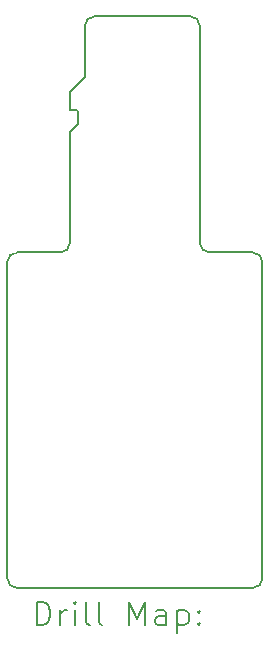
<source format=gbr>
%FSLAX45Y45*%
G04 Gerber Fmt 4.5, Leading zero omitted, Abs format (unit mm)*
G04 Created by KiCad (PCBNEW 6.0.6) date 2022-08-23 18:23:02*
%MOMM*%
%LPD*%
G01*
G04 APERTURE LIST*
%TA.AperFunction,Profile*%
%ADD10C,0.150000*%
%TD*%
%ADD11C,0.200000*%
G04 APERTURE END LIST*
D10*
X13720000Y-10470000D02*
G75*
G03*
X13640000Y-10550000I0J-80000D01*
G01*
X15800000Y-10550000D02*
G75*
G03*
X15720000Y-10470000I-80000J0D01*
G01*
X13640000Y-10550000D02*
X13640000Y-13230000D01*
X13640000Y-13230000D02*
G75*
G03*
X13720000Y-13310000I80000J0D01*
G01*
X15720000Y-13310000D02*
G75*
G03*
X15800000Y-13230000I0J80000D01*
G01*
X15800000Y-13230000D02*
X15800000Y-10550000D01*
X14090000Y-10470000D02*
X13720000Y-10470000D01*
X15720000Y-10470000D02*
X15350000Y-10470000D01*
X14170000Y-9890000D02*
X14170000Y-10390000D01*
X15270000Y-9890000D02*
X15270000Y-10390000D01*
X14170000Y-9450000D02*
X14170000Y-9890000D01*
X15270000Y-9890000D02*
X15270000Y-8550000D01*
X15270000Y-10390000D02*
G75*
G03*
X15350000Y-10470000I80000J0D01*
G01*
X14376000Y-8471000D02*
G75*
G03*
X14296000Y-8551000I0J-80000D01*
G01*
X13720000Y-13310000D02*
X15720000Y-13310000D01*
X14240000Y-9280000D02*
X14240000Y-9380000D01*
X14090000Y-10470000D02*
G75*
G03*
X14170000Y-10390000I0J80000D01*
G01*
X15270000Y-8550000D02*
G75*
G03*
X15189000Y-8471000I-80000J-1000D01*
G01*
X14240000Y-9380000D02*
X14170000Y-9450000D01*
X15189000Y-8471000D02*
X14376000Y-8471000D01*
X14169000Y-9110000D02*
X14169000Y-9260000D01*
X14169000Y-9260000D02*
X14219000Y-9260000D01*
X14296000Y-8983000D02*
X14296000Y-8551000D01*
X14240000Y-9280000D02*
G75*
G03*
X14219001Y-9260025I-20000J0D01*
G01*
X14296000Y-8983000D02*
X14169000Y-9110000D01*
D11*
X13890119Y-13627976D02*
X13890119Y-13427976D01*
X13937738Y-13427976D01*
X13966309Y-13437500D01*
X13985357Y-13456548D01*
X13994881Y-13475595D01*
X14004405Y-13513690D01*
X14004405Y-13542262D01*
X13994881Y-13580357D01*
X13985357Y-13599405D01*
X13966309Y-13618452D01*
X13937738Y-13627976D01*
X13890119Y-13627976D01*
X14090119Y-13627976D02*
X14090119Y-13494643D01*
X14090119Y-13532738D02*
X14099643Y-13513690D01*
X14109167Y-13504167D01*
X14128214Y-13494643D01*
X14147262Y-13494643D01*
X14213928Y-13627976D02*
X14213928Y-13494643D01*
X14213928Y-13427976D02*
X14204405Y-13437500D01*
X14213928Y-13447024D01*
X14223452Y-13437500D01*
X14213928Y-13427976D01*
X14213928Y-13447024D01*
X14337738Y-13627976D02*
X14318690Y-13618452D01*
X14309167Y-13599405D01*
X14309167Y-13427976D01*
X14442500Y-13627976D02*
X14423452Y-13618452D01*
X14413928Y-13599405D01*
X14413928Y-13427976D01*
X14671071Y-13627976D02*
X14671071Y-13427976D01*
X14737738Y-13570833D01*
X14804405Y-13427976D01*
X14804405Y-13627976D01*
X14985357Y-13627976D02*
X14985357Y-13523214D01*
X14975833Y-13504167D01*
X14956786Y-13494643D01*
X14918690Y-13494643D01*
X14899643Y-13504167D01*
X14985357Y-13618452D02*
X14966309Y-13627976D01*
X14918690Y-13627976D01*
X14899643Y-13618452D01*
X14890119Y-13599405D01*
X14890119Y-13580357D01*
X14899643Y-13561309D01*
X14918690Y-13551786D01*
X14966309Y-13551786D01*
X14985357Y-13542262D01*
X15080595Y-13494643D02*
X15080595Y-13694643D01*
X15080595Y-13504167D02*
X15099643Y-13494643D01*
X15137738Y-13494643D01*
X15156786Y-13504167D01*
X15166309Y-13513690D01*
X15175833Y-13532738D01*
X15175833Y-13589881D01*
X15166309Y-13608928D01*
X15156786Y-13618452D01*
X15137738Y-13627976D01*
X15099643Y-13627976D01*
X15080595Y-13618452D01*
X15261548Y-13608928D02*
X15271071Y-13618452D01*
X15261548Y-13627976D01*
X15252024Y-13618452D01*
X15261548Y-13608928D01*
X15261548Y-13627976D01*
X15261548Y-13504167D02*
X15271071Y-13513690D01*
X15261548Y-13523214D01*
X15252024Y-13513690D01*
X15261548Y-13504167D01*
X15261548Y-13523214D01*
M02*

</source>
